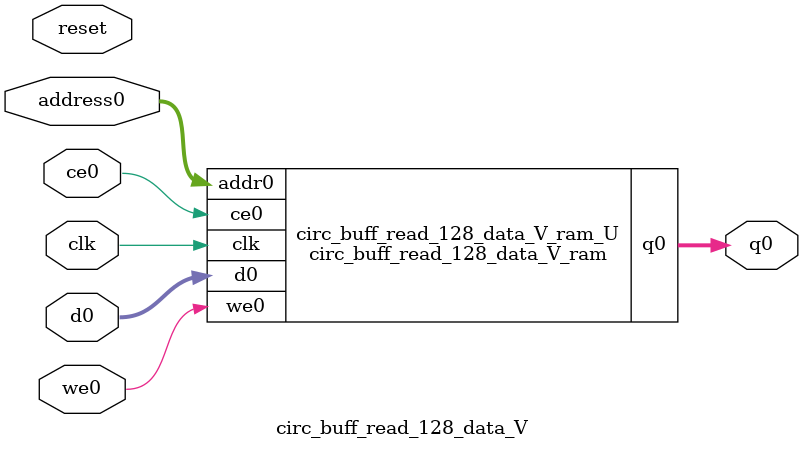
<source format=v>
`timescale 1 ns / 1 ps
module circ_buff_read_128_data_V_ram (addr0, ce0, d0, we0, q0,  clk);

parameter DWIDTH = 128;
parameter AWIDTH = 9;
parameter MEM_SIZE = 512;

input[AWIDTH-1:0] addr0;
input ce0;
input[DWIDTH-1:0] d0;
input we0;
output reg[DWIDTH-1:0] q0;
input clk;

(* ram_style = "block" *)reg [DWIDTH-1:0] ram[0:MEM_SIZE-1];




always @(posedge clk)  
begin 
    if (ce0) 
    begin
        if (we0) 
        begin 
            ram[addr0] <= d0; 
        end 
        q0 <= ram[addr0];
    end
end


endmodule

`timescale 1 ns / 1 ps
module circ_buff_read_128_data_V(
    reset,
    clk,
    address0,
    ce0,
    we0,
    d0,
    q0);

parameter DataWidth = 32'd128;
parameter AddressRange = 32'd512;
parameter AddressWidth = 32'd9;
input reset;
input clk;
input[AddressWidth - 1:0] address0;
input ce0;
input we0;
input[DataWidth - 1:0] d0;
output[DataWidth - 1:0] q0;



circ_buff_read_128_data_V_ram circ_buff_read_128_data_V_ram_U(
    .clk( clk ),
    .addr0( address0 ),
    .ce0( ce0 ),
    .we0( we0 ),
    .d0( d0 ),
    .q0( q0 ));

endmodule


</source>
